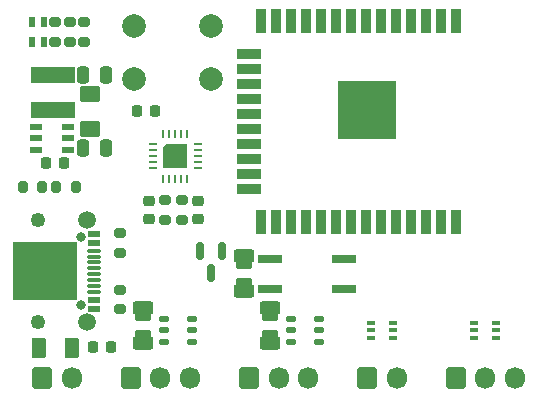
<source format=gbr>
%TF.GenerationSoftware,KiCad,Pcbnew,(6.0.1-0)*%
%TF.CreationDate,2022-01-30T13:00:07+00:00*%
%TF.ProjectId,ASR33,41535233-332e-46b6-9963-61645f706362,1*%
%TF.SameCoordinates,Original*%
%TF.FileFunction,Soldermask,Top*%
%TF.FilePolarity,Negative*%
%FSLAX46Y46*%
G04 Gerber Fmt 4.6, Leading zero omitted, Abs format (unit mm)*
G04 Created by KiCad (PCBNEW (6.0.1-0)) date 2022-01-30 13:00:07*
%MOMM*%
%LPD*%
G01*
G04 APERTURE LIST*
G04 Aperture macros list*
%AMRoundRect*
0 Rectangle with rounded corners*
0 $1 Rounding radius*
0 $2 $3 $4 $5 $6 $7 $8 $9 X,Y pos of 4 corners*
0 Add a 4 corners polygon primitive as box body*
4,1,4,$2,$3,$4,$5,$6,$7,$8,$9,$2,$3,0*
0 Add four circle primitives for the rounded corners*
1,1,$1+$1,$2,$3*
1,1,$1+$1,$4,$5*
1,1,$1+$1,$6,$7*
1,1,$1+$1,$8,$9*
0 Add four rect primitives between the rounded corners*
20,1,$1+$1,$2,$3,$4,$5,0*
20,1,$1+$1,$4,$5,$6,$7,0*
20,1,$1+$1,$6,$7,$8,$9,0*
20,1,$1+$1,$8,$9,$2,$3,0*%
%AMFreePoly0*
4,1,6,1.000000,-1.000000,-1.000000,-1.000000,-1.000000,0.750000,-0.750000,1.000000,1.000000,1.000000,1.000000,-1.000000,1.000000,-1.000000,$1*%
G04 Aperture macros list end*
%ADD10R,1.140000X0.600000*%
%ADD11RoundRect,0.075000X-0.495000X0.075000X-0.495000X-0.075000X0.495000X-0.075000X0.495000X0.075000X0*%
%ADD12C,0.800000*%
%ADD13R,5.490000X5.000000*%
%ADD14C,1.500000*%
%ADD15C,1.250000*%
%ADD16RoundRect,0.062500X-0.287500X-0.062500X0.287500X-0.062500X0.287500X0.062500X-0.287500X0.062500X0*%
%ADD17RoundRect,0.062500X-0.062500X-0.287500X0.062500X-0.287500X0.062500X0.287500X-0.062500X0.287500X0*%
%ADD18C,0.350000*%
%ADD19FreePoly0,0.000000*%
%ADD20R,0.900000X2.000000*%
%ADD21R,2.000000X0.900000*%
%ADD22R,5.000000X5.000000*%
%ADD23RoundRect,0.200000X0.275000X-0.200000X0.275000X0.200000X-0.275000X0.200000X-0.275000X-0.200000X0*%
%ADD24RoundRect,0.225000X0.225000X0.250000X-0.225000X0.250000X-0.225000X-0.250000X0.225000X-0.250000X0*%
%ADD25RoundRect,0.200000X-0.275000X0.200000X-0.275000X-0.200000X0.275000X-0.200000X0.275000X0.200000X0*%
%ADD26R,0.500000X0.850000*%
%ADD27RoundRect,0.225000X0.250000X-0.225000X0.250000X0.225000X-0.250000X0.225000X-0.250000X-0.225000X0*%
%ADD28RoundRect,0.137500X0.262500X0.137500X-0.262500X0.137500X-0.262500X-0.137500X0.262500X-0.137500X0*%
%ADD29R,2.000000X0.640000*%
%ADD30R,0.650000X0.400000*%
%ADD31RoundRect,0.150000X-0.150000X0.587500X-0.150000X-0.587500X0.150000X-0.587500X0.150000X0.587500X0*%
%ADD32RoundRect,0.250000X-0.600000X-0.675000X0.600000X-0.675000X0.600000X0.675000X-0.600000X0.675000X0*%
%ADD33O,1.700000X1.850000*%
%ADD34RoundRect,0.247500X0.627500X-0.315000X0.627500X0.315000X-0.627500X0.315000X-0.627500X-0.315000X0*%
%ADD35RoundRect,0.256250X0.443750X-0.256250X0.443750X0.256250X-0.443750X0.256250X-0.443750X-0.256250X0*%
%ADD36RoundRect,0.200000X0.200000X0.275000X-0.200000X0.275000X-0.200000X-0.275000X0.200000X-0.275000X0*%
%ADD37C,2.000000*%
%ADD38RoundRect,0.250000X-0.375000X-0.625000X0.375000X-0.625000X0.375000X0.625000X-0.375000X0.625000X0*%
%ADD39RoundRect,0.200000X-0.200000X-0.275000X0.200000X-0.275000X0.200000X0.275000X-0.200000X0.275000X0*%
%ADD40R,1.100000X0.600000*%
%ADD41RoundRect,0.249375X0.625625X-0.463125X0.625625X0.463125X-0.625625X0.463125X-0.625625X-0.463125X0*%
%ADD42R,3.700000X1.425000*%
%ADD43RoundRect,0.250000X-0.250000X-0.475000X0.250000X-0.475000X0.250000X0.475000X-0.250000X0.475000X0*%
G04 APERTURE END LIST*
D10*
%TO.C,J1*%
X126860000Y-101200000D03*
X126860000Y-102000000D03*
D11*
X126860000Y-103150000D03*
X126860000Y-104150000D03*
X126860000Y-104650000D03*
X126860000Y-105650000D03*
D10*
X126860000Y-107600000D03*
X126860000Y-106800000D03*
D11*
X126860000Y-106150000D03*
X126860000Y-105150000D03*
X126860000Y-103650000D03*
X126860000Y-102650000D03*
D12*
X125790000Y-107290000D03*
D13*
X122745000Y-104400000D03*
D14*
X126280000Y-108720000D03*
D15*
X122110000Y-108720000D03*
X122110000Y-100080000D03*
D12*
X125790000Y-101510000D03*
D14*
X126280000Y-100080000D03*
%TD*%
D16*
%TO.C,U2*%
X131850000Y-93650000D03*
X131850000Y-94150000D03*
X131850000Y-94650000D03*
X131850000Y-95150000D03*
X131850000Y-95650000D03*
D17*
X132750000Y-96550000D03*
X133250000Y-96550000D03*
X133750000Y-96550000D03*
X134250000Y-96550000D03*
X134750000Y-96550000D03*
D16*
X135650000Y-95650000D03*
X135650000Y-95150000D03*
X135650000Y-94650000D03*
X135650000Y-94150000D03*
X135650000Y-93650000D03*
D17*
X134750000Y-92750000D03*
X134250000Y-92750000D03*
X133750000Y-92750000D03*
X133250000Y-92750000D03*
X132750000Y-92750000D03*
D18*
X133750000Y-94650000D03*
D19*
X133750000Y-94650000D03*
%TD*%
D20*
%TO.C,U1*%
X157505000Y-83250000D03*
X156235000Y-83250000D03*
X154965000Y-83250000D03*
X153695000Y-83250000D03*
X152425000Y-83250000D03*
X151155000Y-83250000D03*
X149885000Y-83250000D03*
X148615000Y-83250000D03*
X147345000Y-83250000D03*
X146075000Y-83250000D03*
X144805000Y-83250000D03*
X143535000Y-83250000D03*
X142265000Y-83250000D03*
X140995000Y-83250000D03*
D21*
X139995000Y-86035000D03*
X139995000Y-87305000D03*
X139995000Y-88575000D03*
X139995000Y-89845000D03*
X139995000Y-91115000D03*
X139995000Y-92385000D03*
X139995000Y-93655000D03*
X139995000Y-94925000D03*
X139995000Y-96195000D03*
X139995000Y-97465000D03*
D20*
X140995000Y-100250000D03*
X142265000Y-100250000D03*
X143535000Y-100250000D03*
X144805000Y-100250000D03*
X146075000Y-100250000D03*
X147345000Y-100250000D03*
X148615000Y-100250000D03*
X149885000Y-100250000D03*
X151155000Y-100250000D03*
X152425000Y-100250000D03*
X153695000Y-100250000D03*
X154965000Y-100250000D03*
X156235000Y-100250000D03*
X157505000Y-100250000D03*
D22*
X150005000Y-90750000D03*
%TD*%
D23*
%TO.C,R3*%
X124800000Y-84975000D03*
X124800000Y-83325000D03*
%TD*%
D24*
%TO.C,C1*%
X132075000Y-90800000D03*
X130525000Y-90800000D03*
%TD*%
D23*
%TO.C,R5*%
X129100000Y-107625000D03*
X129100000Y-105975000D03*
%TD*%
%TO.C,R4*%
X129100000Y-102825000D03*
X129100000Y-101175000D03*
%TD*%
%TO.C,R6*%
X134300000Y-100025000D03*
X134300000Y-98375000D03*
%TD*%
D25*
%TO.C,R7*%
X132900000Y-98375000D03*
X132900000Y-100025000D03*
%TD*%
D26*
%TO.C,D1*%
X122600000Y-83275000D03*
X122600000Y-85025000D03*
X121600000Y-85025000D03*
X121600000Y-83275000D03*
%TD*%
D23*
%TO.C,R1*%
X123600000Y-84975000D03*
X123600000Y-83325000D03*
%TD*%
%TO.C,R2*%
X126000000Y-84975000D03*
X126000000Y-83325000D03*
%TD*%
D24*
%TO.C,C4*%
X128300000Y-110800000D03*
X126750000Y-110800000D03*
%TD*%
D27*
%TO.C,C2*%
X135700000Y-99975000D03*
X135700000Y-98425000D03*
%TD*%
%TO.C,C3*%
X131500000Y-99975000D03*
X131500000Y-98425000D03*
%TD*%
D28*
%TO.C,U4*%
X145950000Y-110350000D03*
X145950000Y-109400000D03*
X145950000Y-108450000D03*
X143550000Y-108450000D03*
X143550000Y-109400000D03*
X143550000Y-110350000D03*
%TD*%
%TO.C,U3*%
X135200000Y-110350000D03*
X135200000Y-109400000D03*
X135200000Y-108450000D03*
X132800000Y-108450000D03*
X132800000Y-109400000D03*
X132800000Y-110350000D03*
%TD*%
D29*
%TO.C,U5*%
X141750000Y-103330000D03*
X141750000Y-105870000D03*
X148050000Y-105870000D03*
X148050000Y-103330000D03*
%TD*%
D30*
%TO.C,D2*%
X160950000Y-110050000D03*
X160950000Y-109400000D03*
X160950000Y-108750000D03*
X159050000Y-108750000D03*
X159050000Y-109400000D03*
X159050000Y-110050000D03*
%TD*%
D31*
%TO.C,Q1*%
X137750000Y-102662500D03*
X135850000Y-102662500D03*
X136800000Y-104537500D03*
%TD*%
D32*
%TO.C,J5*%
X130000000Y-113400000D03*
D33*
X132500000Y-113400000D03*
X135000000Y-113400000D03*
%TD*%
D34*
%TO.C,JP1*%
X131000000Y-110462500D03*
D35*
X131000000Y-109912500D03*
D34*
X131000000Y-107537500D03*
D35*
X131000000Y-108087500D03*
%TD*%
%TO.C,JP4*%
X139600000Y-105512500D03*
D34*
X139600000Y-106062500D03*
X139600000Y-103137500D03*
D35*
X139600000Y-103687500D03*
%TD*%
D36*
%TO.C,R9*%
X125325000Y-97250000D03*
X123675000Y-97250000D03*
%TD*%
D37*
%TO.C,SW1*%
X136750000Y-83650000D03*
X130250000Y-83650000D03*
X136750000Y-88150000D03*
X130250000Y-88150000D03*
%TD*%
D30*
%TO.C,D3*%
X150300000Y-108750000D03*
X150300000Y-109400000D03*
X150300000Y-110050000D03*
X152200000Y-110050000D03*
X152200000Y-109400000D03*
X152200000Y-108750000D03*
%TD*%
D38*
%TO.C,D4*%
X122200000Y-110900000D03*
X125000000Y-110900000D03*
%TD*%
D32*
%TO.C,J6*%
X140000000Y-113400000D03*
D33*
X142500000Y-113400000D03*
X145000000Y-113400000D03*
%TD*%
D32*
%TO.C,J2*%
X122500000Y-113400000D03*
D33*
X125000000Y-113400000D03*
%TD*%
D35*
%TO.C,JP2*%
X141750000Y-109912500D03*
D34*
X141750000Y-110462500D03*
D35*
X141750000Y-108087500D03*
D34*
X141750000Y-107537500D03*
%TD*%
D39*
%TO.C,R8*%
X120850000Y-97250000D03*
X122500000Y-97250000D03*
%TD*%
D32*
%TO.C,J3*%
X157500000Y-113400000D03*
D33*
X160000000Y-113400000D03*
X162500000Y-113400000D03*
%TD*%
D32*
%TO.C,J4*%
X150000000Y-113400000D03*
D33*
X152500000Y-113400000D03*
%TD*%
D40*
%TO.C,U6*%
X122000000Y-92200000D03*
D41*
X126520000Y-92352500D03*
D42*
X123400000Y-90750000D03*
D24*
X122825000Y-95250000D03*
X124375000Y-95250000D03*
D40*
X124700000Y-92200000D03*
X124700000Y-94100000D03*
D43*
X125950000Y-94000000D03*
D40*
X124700000Y-93150000D03*
D43*
X127850000Y-94000000D03*
D41*
X126520000Y-89387500D03*
D43*
X127850000Y-87750000D03*
D40*
X122000000Y-93150000D03*
D42*
X123400000Y-87750000D03*
D43*
X125950000Y-87750000D03*
D40*
X122000000Y-94100000D03*
%TD*%
M02*

</source>
